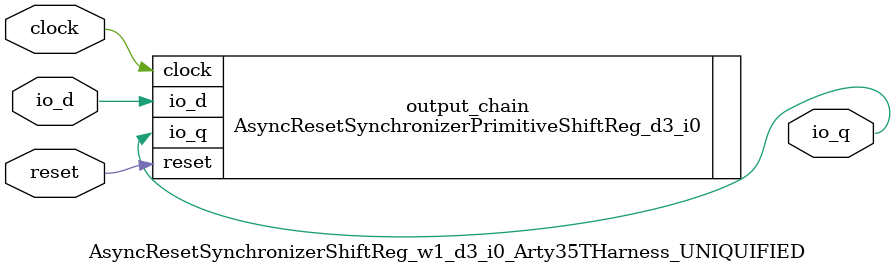
<source format=sv>
module AsyncResetSynchronizerShiftReg_w1_d3_i0_Arty35THarness_UNIQUIFIED(	// @[generators/rocket-chip/src/main/scala/util/SynchronizerReg.scala:80:7]
  input  clock,	// @[generators/rocket-chip/src/main/scala/util/SynchronizerReg.scala:80:7]
  input  reset,	// @[generators/rocket-chip/src/main/scala/util/SynchronizerReg.scala:80:7]
  input  io_d,	// @[generators/rocket-chip/src/main/scala/util/ShiftReg.scala:36:14]
  output io_q	// @[generators/rocket-chip/src/main/scala/util/ShiftReg.scala:36:14]
);

  AsyncResetSynchronizerPrimitiveShiftReg_d3_i0 output_chain (	// @[generators/rocket-chip/src/main/scala/util/ShiftReg.scala:45:23]
    .clock (clock),
    .reset (reset),
    .io_d  (io_d),
    .io_q  (io_q)
  );	// @[generators/rocket-chip/src/main/scala/util/ShiftReg.scala:45:23]
endmodule


</source>
